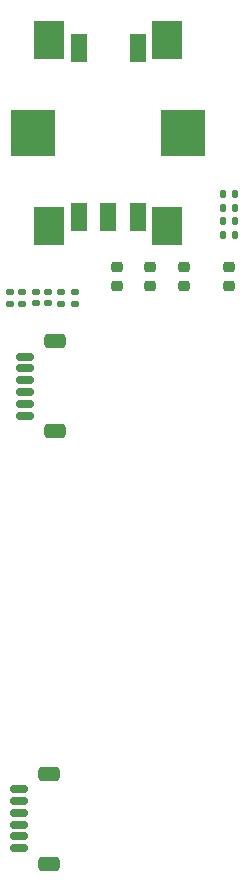
<source format=gbr>
%TF.GenerationSoftware,KiCad,Pcbnew,8.0.3*%
%TF.CreationDate,2024-07-13T16:12:33+02:00*%
%TF.ProjectId,DevKeyboard,4465764b-6579-4626-9f61-72642e6b6963,1.0*%
%TF.SameCoordinates,Original*%
%TF.FileFunction,Paste,Top*%
%TF.FilePolarity,Positive*%
%FSLAX46Y46*%
G04 Gerber Fmt 4.6, Leading zero omitted, Abs format (unit mm)*
G04 Created by KiCad (PCBNEW 8.0.3) date 2024-07-13 16:12:33*
%MOMM*%
%LPD*%
G01*
G04 APERTURE LIST*
G04 Aperture macros list*
%AMRoundRect*
0 Rectangle with rounded corners*
0 $1 Rounding radius*
0 $2 $3 $4 $5 $6 $7 $8 $9 X,Y pos of 4 corners*
0 Add a 4 corners polygon primitive as box body*
4,1,4,$2,$3,$4,$5,$6,$7,$8,$9,$2,$3,0*
0 Add four circle primitives for the rounded corners*
1,1,$1+$1,$2,$3*
1,1,$1+$1,$4,$5*
1,1,$1+$1,$6,$7*
1,1,$1+$1,$8,$9*
0 Add four rect primitives between the rounded corners*
20,1,$1+$1,$2,$3,$4,$5,0*
20,1,$1+$1,$4,$5,$6,$7,0*
20,1,$1+$1,$6,$7,$8,$9,0*
20,1,$1+$1,$8,$9,$2,$3,0*%
G04 Aperture macros list end*
%ADD10RoundRect,0.140000X-0.170000X0.140000X-0.170000X-0.140000X0.170000X-0.140000X0.170000X0.140000X0*%
%ADD11RoundRect,0.218750X0.256250X-0.218750X0.256250X0.218750X-0.256250X0.218750X-0.256250X-0.218750X0*%
%ADD12R,3.759200X3.987800*%
%ADD13R,2.514600X3.200400*%
%ADD14R,1.397000X2.489200*%
%ADD15RoundRect,0.135000X0.135000X0.185000X-0.135000X0.185000X-0.135000X-0.185000X0.135000X-0.185000X0*%
%ADD16RoundRect,0.135000X0.185000X-0.135000X0.185000X0.135000X-0.185000X0.135000X-0.185000X-0.135000X0*%
%ADD17RoundRect,0.300000X0.600000X-0.300000X0.600000X0.300000X-0.600000X0.300000X-0.600000X-0.300000X0*%
%ADD18RoundRect,0.150000X0.625000X-0.150000X0.625000X0.150000X-0.625000X0.150000X-0.625000X-0.150000X0*%
%ADD19RoundRect,0.135000X-0.135000X-0.185000X0.135000X-0.185000X0.135000X0.185000X-0.135000X0.185000X0*%
G04 APERTURE END LIST*
D10*
%TO.C,C313*%
X318008000Y-46637000D03*
X318008000Y-47597000D03*
%TD*%
D11*
%TO.C,D301*%
X333375000Y-46126501D03*
X333375000Y-44551499D03*
%TD*%
%TO.C,D403*%
X326644000Y-46126501D03*
X326644000Y-44551499D03*
%TD*%
D12*
%TO.C,SW302*%
X316763799Y-33170012D03*
D13*
X318141350Y-25270013D03*
X318141350Y-41070012D03*
X328136250Y-25270013D03*
X328136250Y-41070012D03*
D12*
X329513801Y-33170012D03*
D14*
X320638800Y-40320013D03*
X325638800Y-40320013D03*
X323138800Y-40320013D03*
X320638800Y-26020011D03*
X325638800Y-26020011D03*
%TD*%
D15*
%TO.C,R313*%
X333859599Y-41783000D03*
X332839601Y-41783000D03*
%TD*%
D16*
%TO.C,R308*%
X319151000Y-47626999D03*
X319151000Y-46607001D03*
%TD*%
D17*
%TO.C,J302*%
X318600000Y-58410000D03*
X318600000Y-50810000D03*
D18*
X316075000Y-52109999D03*
X316075000Y-53110000D03*
X316075000Y-54110000D03*
X316075000Y-55110000D03*
X316075001Y-56110000D03*
X316075000Y-57110000D03*
%TD*%
D16*
%TO.C,R309*%
X320292000Y-47626999D03*
X320292000Y-46607001D03*
%TD*%
D19*
%TO.C,R401*%
X332839601Y-38354000D03*
X333859599Y-38354000D03*
%TD*%
D11*
%TO.C,D402*%
X329565000Y-46126501D03*
X329565000Y-44551499D03*
%TD*%
D16*
%TO.C,R306*%
X314792000Y-47626999D03*
X314792000Y-46607001D03*
%TD*%
D19*
%TO.C,R403*%
X332839601Y-39497000D03*
X333859599Y-39497000D03*
%TD*%
D17*
%TO.C,J309*%
X318090400Y-95036800D03*
X318090400Y-87436800D03*
D18*
X315565400Y-88736799D03*
X315565400Y-89736800D03*
X315565400Y-90736800D03*
X315565400Y-91736800D03*
X315565401Y-92736800D03*
X315565400Y-93736800D03*
%TD*%
D11*
%TO.C,D401*%
X323850000Y-46126500D03*
X323850000Y-44551498D03*
%TD*%
D10*
%TO.C,C312*%
X316992000Y-46637000D03*
X316992000Y-47597000D03*
%TD*%
D19*
%TO.C,R402*%
X332839601Y-40640000D03*
X333859599Y-40640000D03*
%TD*%
D16*
%TO.C,R307*%
X315849000Y-47626999D03*
X315849000Y-46607001D03*
%TD*%
M02*

</source>
